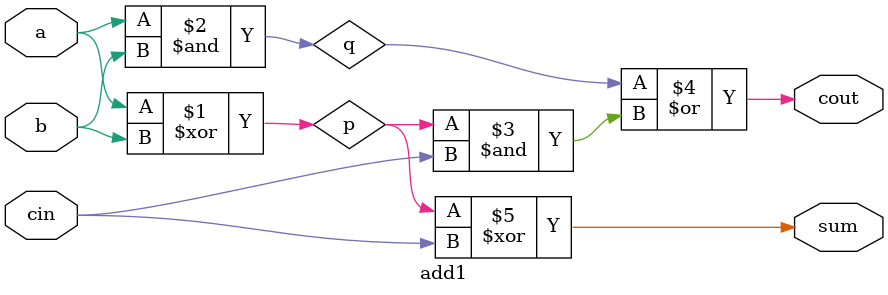
<source format=v>
module top_module (
    input [31:0] a,
    input [31:0] b,
    output [31:0] sum);

	wire s1;
    wire [15:0] sum1,sum2;
    add16 u1(
        .a		(a[15:0]),
        .b		(b[15:0]),
        .cin		(0),
        .sum		(sum1),
        .cout		(s1)
    );
    add16 u2(
        .a		(a[31:16]),
        .b		(b[31:16]),
        .cin		(s1),
        .sum		(sum2)
    );

    assign sum = {sum2,sum1};

endmodule

module add1 ( input a, input b, input cin, output sum, output cout );

    wire p,q;

    assign p = a ^ b;
    assign q = a & b;
    assign cout = q | (p & cin);
    assign sum = p ^ cin;

endmodule

</source>
